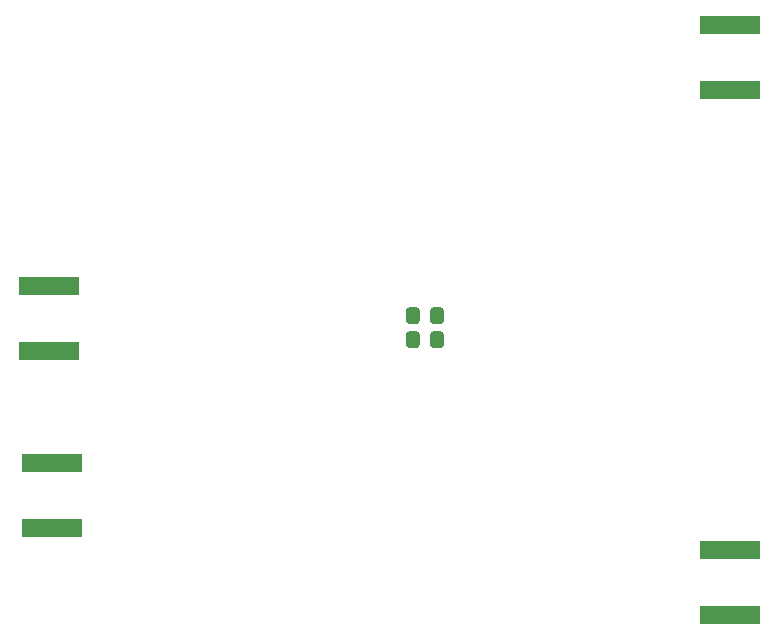
<source format=gbr>
%TF.GenerationSoftware,KiCad,Pcbnew,(5.1.6-0-10_14)*%
%TF.CreationDate,2020-08-19T15:58:13-07:00*%
%TF.ProjectId,single_ended_differential_converter,73696e67-6c65-45f6-956e-6465645f6469,rev?*%
%TF.SameCoordinates,Original*%
%TF.FileFunction,Paste,Bot*%
%TF.FilePolarity,Positive*%
%FSLAX46Y46*%
G04 Gerber Fmt 4.6, Leading zero omitted, Abs format (unit mm)*
G04 Created by KiCad (PCBNEW (5.1.6-0-10_14)) date 2020-08-19 15:58:13*
%MOMM*%
%LPD*%
G01*
G04 APERTURE LIST*
%ADD10R,5.080000X1.600000*%
G04 APERTURE END LIST*
%TO.C,RF1*%
G36*
G01*
X246556000Y-131883999D02*
X246556000Y-132784001D01*
G75*
G02*
X246306001Y-133034000I-249999J0D01*
G01*
X245655999Y-133034000D01*
G75*
G02*
X245406000Y-132784001I0J249999D01*
G01*
X245406000Y-131883999D01*
G75*
G02*
X245655999Y-131634000I249999J0D01*
G01*
X246306001Y-131634000D01*
G75*
G02*
X246556000Y-131883999I0J-249999D01*
G01*
G37*
G36*
G01*
X248606000Y-131883999D02*
X248606000Y-132784001D01*
G75*
G02*
X248356001Y-133034000I-249999J0D01*
G01*
X247705999Y-133034000D01*
G75*
G02*
X247456000Y-132784001I0J249999D01*
G01*
X247456000Y-131883999D01*
G75*
G02*
X247705999Y-131634000I249999J0D01*
G01*
X248356001Y-131634000D01*
G75*
G02*
X248606000Y-131883999I0J-249999D01*
G01*
G37*
%TD*%
D10*
%TO.C,JPOS1*%
X272796000Y-152170000D03*
X272796000Y-157710000D03*
%TD*%
%TO.C,JNEG1*%
X272796000Y-107696000D03*
X272796000Y-113236000D03*
%TD*%
%TO.C,J2*%
X215138000Y-135370000D03*
X215138000Y-129830000D03*
%TD*%
%TO.C,J1*%
X215392000Y-150320000D03*
X215392000Y-144780000D03*
%TD*%
%TO.C,CF1*%
G36*
G01*
X246556000Y-133915999D02*
X246556000Y-134816001D01*
G75*
G02*
X246306001Y-135066000I-249999J0D01*
G01*
X245655999Y-135066000D01*
G75*
G02*
X245406000Y-134816001I0J249999D01*
G01*
X245406000Y-133915999D01*
G75*
G02*
X245655999Y-133666000I249999J0D01*
G01*
X246306001Y-133666000D01*
G75*
G02*
X246556000Y-133915999I0J-249999D01*
G01*
G37*
G36*
G01*
X248606000Y-133915999D02*
X248606000Y-134816001D01*
G75*
G02*
X248356001Y-135066000I-249999J0D01*
G01*
X247705999Y-135066000D01*
G75*
G02*
X247456000Y-134816001I0J249999D01*
G01*
X247456000Y-133915999D01*
G75*
G02*
X247705999Y-133666000I249999J0D01*
G01*
X248356001Y-133666000D01*
G75*
G02*
X248606000Y-133915999I0J-249999D01*
G01*
G37*
%TD*%
M02*

</source>
